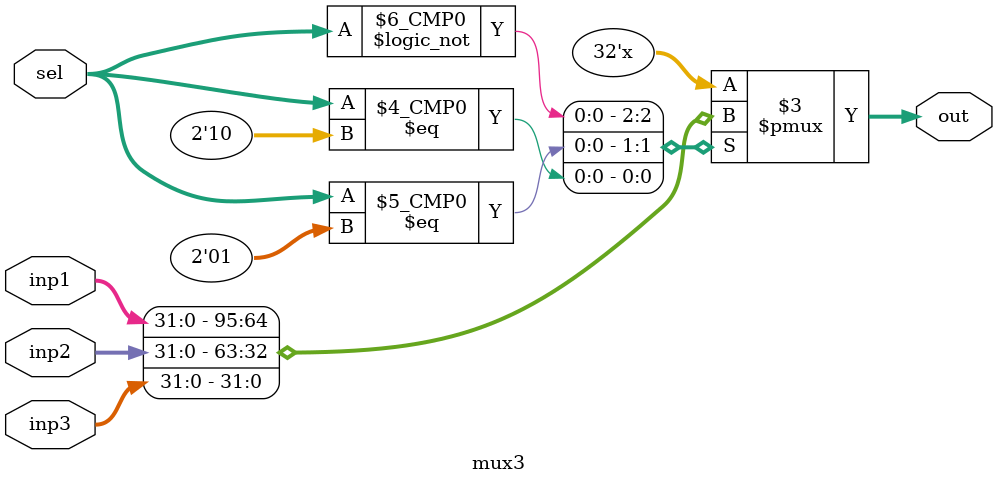
<source format=v>
module mux3(
  input [31:0] inp1, inp2, inp3,
  input [1:0] sel,
  output reg [31:0] out
);
  always@(*)
    begin
      case(sel)
        2'b00 : out = inp1;
        2'b01 : out = inp2;
        2'b10 : out = inp3;
      endcase
    end
  
endmodule  
  

</source>
